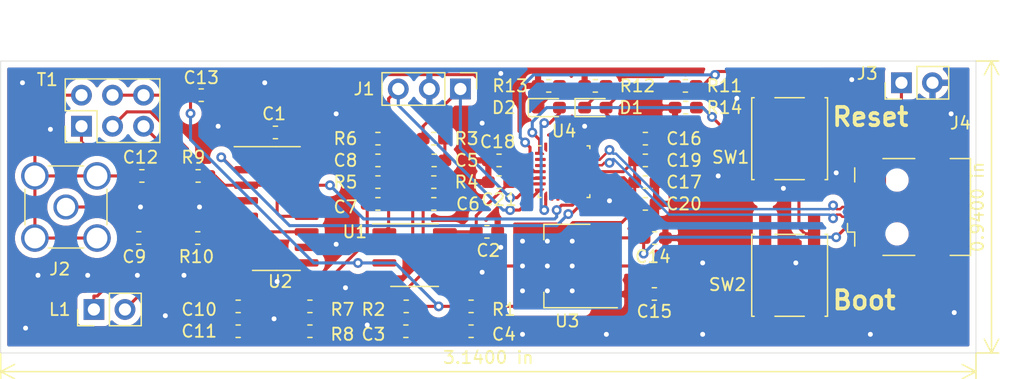
<source format=kicad_pcb>
(kicad_pcb (version 20171130) (host pcbnew 5.1.5-52549c5~86~ubuntu19.10.1)
  (layers (0 F.Cu signal) (31 B.Cu signal) (34 B.Paste user) (35 F.Paste user) (36 B.SilkS user) (37 F.SilkS user) (38 B.Mask user) (39 F.Mask user) (44 Edge.Cuts user))
  (net 0 "")
  (net 1 GND)
  (net 2 +3V3)
  (net 3 "Net-(C13-Pad1)")
  (net 4 "Net-(C5-Pad2)")
  (net 5 "Net-(C5-Pad1)")
  (net 6 "Net-(C6-Pad2)")
  (net 7 "Net-(C7-Pad2)")
  (net 8 "Net-(C7-Pad1)")
  (net 9 "Net-(C8-Pad1)")
  (net 10 "Net-(C9-Pad2)")
  (net 11 "Net-(C9-Pad1)")
  (net 12 "Net-(C10-Pad1)")
  (net 13 "Net-(C11-Pad1)")
  (net 14 "Net-(C12-Pad2)")
  (net 15 "Net-(C12-Pad1)")
  (net 16 VBUS)
  (net 17 "Net-(D1-Pad1)")
  (net 18 LED)
  (net 19 "Net-(D2-Pad1)")
  (net 20 Q)
  (net 21 I)
  (net 22 "Net-(J4-Pad4)")
  (net 23 "Net-(J4-Pad6)")
  (net 24 "Net-(R9-Pad2)")
  (net 25 "Net-(R9-Pad1)")
  (net 26 "Net-(R10-Pad2)")
  (net 27 "Net-(R10-Pad1)")
  (net 28 "Net-(R11-Pad2)")
  (net 29 /BOOT0)
  (net 30 CLK0)
  (net 31 "Net-(U2-Pad13)")
  (net 32 "Net-(U2-Pad10)")
  (net 33 "Net-(U2-Pad5)")
  (net 34 "Net-(U2-Pad4)")
  (net 35 CLK1)
  (net 36 "Net-(U4-Pad28)")
  (net 37 "Net-(U4-Pad27)")
  (net 38 "Net-(U4-Pad26)")
  (net 39 "Net-(U4-Pad25)")
  (net 40 "Net-(U4-Pad24)")
  (net 41 "Net-(U4-Pad23)")
  (net 42 "Net-(U4-Pad22)")
  (net 43 "Net-(U4-Pad21)")
  (net 44 "Net-(U4-Pad15)")
  (net 45 "Net-(U4-Pad12)")
  (net 46 "Net-(U4-Pad11)")
  (net 47 "Net-(U4-Pad10)")
  (net 48 "Net-(U4-Pad9)")
  (net 49 "Net-(U4-Pad3)")
  (net 50 "Net-(U4-Pad2)")
  (net 51 /USB+)
  (net 52 /USB-)
  (module Connector_PinHeader_2.54mm:PinHeader_1x02_P2.54mm_Vertical (layer F.Cu) (at 87.884 13.97 90)
    (fp_text reference J3 (at 0.762 -2.794) (layer F.SilkS))
    (fp_text value Conn_01x02_Male)
    (pad 2 thru_hole oval (at 0 2.54 90) (size 1.7 1.7) (drill 1) (layers *.Cu *.Mask) (net 1 GND))
    (pad 1 thru_hole rect (at 0 0 90) (size 1.7 1.7) (drill 1) (layers *.Cu *.Mask) (net 16 VBUS))
  )
  (module Connector_PinHeader_2.54mm:PinHeader_1x03_P2.54mm_Vertical (layer F.Cu) (at 51.816 14.478 270)
    (fp_text reference J1 (at 0 7.874 180) (layer F.SilkS))
    (fp_text value Conn_01x03_Male)
    (pad 3 thru_hole oval (at 0 5.08 270) (size 1.7 1.7) (drill 1) (layers *.Cu *.Mask) (net 20 Q))
    (pad 2 thru_hole oval (at 0 2.54 270) (size 1.7 1.7) (drill 1) (layers *.Cu *.Mask) (net 1 GND))
    (pad 1 thru_hole rect (at 0 0 270) (size 1.7 1.7) (drill 1) (layers *.Cu *.Mask) (net 21 I))
  )
  (module Connector_PinHeader_2.54mm:PinHeader_1x02_P2.54mm_Vertical (layer F.Cu) (at 21.844 32.512 90)
    (fp_text reference L1 (at 0 -2.794 180) (layer F.SilkS))
    (fp_text value 3.9u)
    (pad 2 thru_hole oval (at 0 2.54 90) (size 1.7 1.7) (drill 1) (layers *.Cu *.Mask) (net 15 "Net-(C12-Pad1)"))
    (pad 1 thru_hole rect (at 0 0 90) (size 1.7 1.7) (drill 1) (layers *.Cu *.Mask) (net 11 "Net-(C9-Pad1)"))
  )
  (module Connector_PinHeader_2.54mm:PinHeader_2x03_P2.54mm_Vertical (layer F.Cu) (at 20.828 17.526 90)
    (fp_text reference T1 (at 3.81 -2.794 180) (layer F.SilkS))
    (fp_text value 6.8u)
    (pad 6 thru_hole oval (at 2.54 5.08 90) (size 1.7 1.7) (drill 1) (layers *.Cu *.Mask) (net 3 "Net-(C13-Pad1)"))
    (pad 5 thru_hole oval (at 0 5.08 90) (size 1.7 1.7) (drill 1) (layers *.Cu *.Mask) (net 26 "Net-(R10-Pad2)"))
    (pad 4 thru_hole oval (at 2.54 2.54 90) (size 1.7 1.7) (drill 1) (layers *.Cu *.Mask) (net 3 "Net-(C13-Pad1)"))
    (pad 3 thru_hole oval (at 0 2.54 90) (size 1.7 1.7) (drill 1) (layers *.Cu *.Mask) (net 24 "Net-(R9-Pad2)"))
    (pad 2 thru_hole oval (at 2.54 0 90) (size 1.7 1.7) (drill 1) (layers *.Cu *.Mask) (net 14 "Net-(C12-Pad2)"))
    (pad 1 thru_hole rect (at 0 0 90) (size 1.7 1.7) (drill 1) (layers *.Cu *.Mask) (net 15 "Net-(C12-Pad1)"))
  )
  (module Button_Switch_SMD:SW_SPST_EVQQ2 (layer F.Cu) (at 78.74 29.718 90)
    (fp_text reference SW2 (at -0.762 -5.08) (layer F.SilkS))
    (fp_text value DFU)
    (pad 2 smd rect (at 3.4 2 90) (size 3.2 1) (layers F.Cu F.Paste F.Mask) (net 29 /BOOT0))
    (pad 2 smd rect (at -3.4 2 90) (size 3.2 1) (layers F.Cu F.Paste F.Mask) (net 29 /BOOT0))
    (pad 1 smd rect (at -3.4 -2 90) (size 3.2 1) (layers F.Cu F.Paste F.Mask) (net 2 +3V3))
    (pad 1 smd rect (at 3.4 -2 90) (size 3.2 1) (layers F.Cu F.Paste F.Mask) (net 2 +3V3))
  )
  (module Button_Switch_SMD:SW_SPST_EVQQ2 (layer F.Cu) (at 78.74 18.542 90)
    (fp_text reference SW1 (at -1.524 -4.826) (layer F.SilkS))
    (fp_text value RST)
    (pad 2 smd rect (at 3.4 2 90) (size 3.2 1) (layers F.Cu F.Paste F.Mask) (net 28 "Net-(R11-Pad2)"))
    (pad 2 smd rect (at -3.4 2 90) (size 3.2 1) (layers F.Cu F.Paste F.Mask) (net 28 "Net-(R11-Pad2)"))
    (pad 1 smd rect (at -3.4 -2 90) (size 3.2 1) (layers F.Cu F.Paste F.Mask) (net 1 GND))
    (pad 1 smd rect (at 3.4 -2 90) (size 3.2 1) (layers F.Cu F.Paste F.Mask) (net 1 GND))
  )
  (module Connector_Coaxial:SMA_Amphenol_901-144_Vertical (layer F.Cu) (at 19.558 24.13 180)
    (fp_text reference J2 (at 0.508 -5.08) (layer F.SilkS))
    (fp_text value Conn_Coaxial)
    (pad 2 thru_hole circle (at -2.54 2.54 180) (size 2.25 2.25) (drill 1.7) (layers *.Cu *.Mask) (net 14 "Net-(C12-Pad2)"))
    (pad 2 thru_hole circle (at -2.54 -2.54 180) (size 2.25 2.25) (drill 1.7) (layers *.Cu *.Mask) (net 14 "Net-(C12-Pad2)"))
    (pad 2 thru_hole circle (at 2.54 -2.54 180) (size 2.25 2.25) (drill 1.7) (layers *.Cu *.Mask) (net 14 "Net-(C12-Pad2)"))
    (pad 2 thru_hole circle (at 2.54 2.54 180) (size 2.25 2.25) (drill 1.7) (layers *.Cu *.Mask) (net 14 "Net-(C12-Pad2)"))
    (pad 1 thru_hole circle (at 0 0 180) (size 2.05 2.05) (drill 1.5) (layers *.Cu *.Mask) (net 10 "Net-(C9-Pad2)"))
  )
  (module Connector_USB:USB_Mini-B_Wuerth_65100516121_Horizontal (layer F.Cu) (at 87.524 24.13 90)
    (fp_text reference J4 (at 6.858 5.186) (layer F.SilkS))
    (fp_text value USB_B_Mini)
    (pad "" np_thru_hole circle (at 2.2 0 90) (size 0.9 0.9) (drill 0.9) (layers *.Cu *.Mask))
    (pad "" np_thru_hole circle (at -2.2 0 90) (size 0.9 0.9) (drill 0.9) (layers *.Cu *.Mask))
    (pad 5 smd rect (at 1.6 -2.6 90) (size 0.5 2.5) (layers F.Cu F.Paste F.Mask) (net 1 GND))
    (pad 4 smd rect (at 0.8 -2.6 90) (size 0.5 2.5) (layers F.Cu F.Paste F.Mask) (net 22 "Net-(J4-Pad4)"))
    (pad 3 smd rect (at 0 -2.6 90) (size 0.5 2.5) (layers F.Cu F.Paste F.Mask) (net 51 /USB+))
    (pad 2 smd rect (at -0.8 -2.6 90) (size 0.5 2.5) (layers F.Cu F.Paste F.Mask) (net 52 /USB-))
    (pad 1 smd rect (at -1.6 -2.6 90) (size 0.5 2.5) (layers F.Cu F.Paste F.Mask) (net 16 VBUS))
    (pad 6 smd rect (at 4.4 -2.6 90) (size 2 2.5) (layers F.Cu F.Paste F.Mask) (net 23 "Net-(J4-Pad6)"))
    (pad 6 smd rect (at -4.4 -2.6 90) (size 2 2.5) (layers F.Cu F.Paste F.Mask) (net 23 "Net-(J4-Pad6)"))
    (pad 6 smd rect (at 4.4 2.9 90) (size 2 2.5) (layers F.Cu F.Paste F.Mask) (net 23 "Net-(J4-Pad6)"))
    (pad 6 smd rect (at -4.4 2.9 90) (size 2 2.5) (layers F.Cu F.Paste F.Mask) (net 23 "Net-(J4-Pad6)"))
  )
  (module Package_DFN_QFN:QFN-28_4x4mm_P0.5mm (layer F.Cu) (at 60.2925 21.2415)
    (fp_text reference U4 (at 0 -3.32) (layer F.SilkS))
    (fp_text value STM32F042G4Ux)
    (pad 28 smd custom (at -1.5 -1.9975) (size 0.136863 0.136863) (layers F.Cu F.Paste F.Mask) (net 36 "Net-(U4-Pad28)") (options (clearance outline) (anchor circle)) (primitives (gr_poly (pts (xy -0.08 -0.3325) (xy 0.08 -0.3325) (xy 0.08 0.3325) (xy 0.05364 0.3325) (xy -0.08 0.19886)) (width 0.09))))
    (pad 27 smd roundrect (at -1 -1.9375) (size 0.25 0.875) (layers F.Cu F.Paste F.Mask) (net 37 "Net-(U4-Pad27)"))
    (pad 26 smd roundrect (at -0.5 -1.9375) (size 0.25 0.875) (layers F.Cu F.Paste F.Mask) (net 38 "Net-(U4-Pad26)"))
    (pad 25 smd roundrect (at 0 -1.9375) (size 0.25 0.875) (layers F.Cu F.Paste F.Mask) (net 39 "Net-(U4-Pad25)"))
    (pad 24 smd roundrect (at 0.5 -1.9375) (size 0.25 0.875) (layers F.Cu F.Paste F.Mask) (net 40 "Net-(U4-Pad24)"))
    (pad 23 smd roundrect (at 1 -1.9375) (size 0.25 0.875) (layers F.Cu F.Paste F.Mask) (net 41 "Net-(U4-Pad23)"))
    (pad 22 smd custom (at 1.5 -1.9975) (size 0.136863 0.136863) (layers F.Cu F.Paste F.Mask) (net 42 "Net-(U4-Pad22)") (options (clearance outline) (anchor circle)) (primitives (gr_poly (pts (xy -0.08 -0.3325) (xy 0.08 -0.3325) (xy 0.08 0.19886) (xy -0.05364 0.3325) (xy -0.08 0.3325)) (width 0.09))))
    (pad 21 smd custom (at 1.9975 -1.5) (size 0.136863 0.136863) (layers F.Cu F.Paste F.Mask) (net 43 "Net-(U4-Pad21)") (options (clearance outline) (anchor circle)) (primitives (gr_poly (pts (xy -0.3325 0.05364) (xy -0.19886 -0.08) (xy 0.3325 -0.08) (xy 0.3325 0.08) (xy -0.3325 0.08)) (width 0.09))))
    (pad 20 smd roundrect (at 1.9375 -1) (size 0.875 0.25) (layers F.Cu F.Paste F.Mask) (net 51 /USB+))
    (pad 19 smd roundrect (at 1.9375 -0.5) (size 0.875 0.25) (layers F.Cu F.Paste F.Mask) (net 52 /USB-))
    (pad 18 smd roundrect (at 1.9375 0) (size 0.875 0.25) (layers F.Cu F.Paste F.Mask) (net 2 +3V3))
    (pad 17 smd roundrect (at 1.9375 0.5) (size 0.875 0.25) (layers F.Cu F.Paste F.Mask) (net 2 +3V3))
    (pad 16 smd roundrect (at 1.9375 1) (size 0.875 0.25) (layers F.Cu F.Paste F.Mask) (net 1 GND))
    (pad 15 smd custom (at 1.9975 1.5) (size 0.136863 0.136863) (layers F.Cu F.Paste F.Mask) (net 44 "Net-(U4-Pad15)") (options (clearance outline) (anchor circle)) (primitives (gr_poly (pts (xy -0.3325 -0.08) (xy 0.3325 -0.08) (xy 0.3325 0.08) (xy -0.19886 0.08) (xy -0.3325 -0.05364)) (width 0.09))))
    (pad 14 smd custom (at 1.5 1.9975) (size 0.136863 0.136863) (layers F.Cu F.Paste F.Mask) (net 35 CLK1) (options (clearance outline) (anchor circle)) (primitives (gr_poly (pts (xy -0.08 -0.3325) (xy -0.05364 -0.3325) (xy 0.08 -0.19886) (xy 0.08 0.3325) (xy -0.08 0.3325)) (width 0.09))))
    (pad 13 smd roundrect (at 1 1.9375) (size 0.25 0.875) (layers F.Cu F.Paste F.Mask) (net 30 CLK0))
    (pad 12 smd roundrect (at 0.5 1.9375) (size 0.25 0.875) (layers F.Cu F.Paste F.Mask) (net 45 "Net-(U4-Pad12)"))
    (pad 11 smd roundrect (at 0 1.9375) (size 0.25 0.875) (layers F.Cu F.Paste F.Mask) (net 46 "Net-(U4-Pad11)"))
    (pad 10 smd roundrect (at -0.5 1.9375) (size 0.25 0.875) (layers F.Cu F.Paste F.Mask) (net 47 "Net-(U4-Pad10)"))
    (pad 9 smd roundrect (at -1 1.9375) (size 0.25 0.875) (layers F.Cu F.Paste F.Mask) (net 48 "Net-(U4-Pad9)"))
    (pad 8 smd custom (at -1.5 1.9975) (size 0.136863 0.136863) (layers F.Cu F.Paste F.Mask) (net 18 LED) (options (clearance outline) (anchor circle)) (primitives (gr_poly (pts (xy -0.08 -0.19886) (xy 0.05364 -0.3325) (xy 0.08 -0.3325) (xy 0.08 0.3325) (xy -0.08 0.3325)) (width 0.09))))
    (pad 7 smd custom (at -1.9975 1.5) (size 0.136863 0.136863) (layers F.Cu F.Paste F.Mask) (net 20 Q) (options (clearance outline) (anchor circle)) (primitives (gr_poly (pts (xy -0.3325 -0.08) (xy 0.3325 -0.08) (xy 0.3325 -0.05364) (xy 0.19886 0.08) (xy -0.3325 0.08)) (width 0.09))))
    (pad 6 smd roundrect (at -1.9375 1) (size 0.875 0.25) (layers F.Cu F.Paste F.Mask) (net 21 I))
    (pad 5 smd roundrect (at -1.9375 0.5) (size 0.875 0.25) (layers F.Cu F.Paste F.Mask) (net 2 +3V3))
    (pad 4 smd roundrect (at -1.9375 0) (size 0.875 0.25) (layers F.Cu F.Paste F.Mask) (net 28 "Net-(R11-Pad2)"))
    (pad 3 smd roundrect (at -1.9375 -0.5) (size 0.875 0.25) (layers F.Cu F.Paste F.Mask) (net 49 "Net-(U4-Pad3)"))
    (pad 2 smd roundrect (at -1.9375 -1) (size 0.875 0.25) (layers F.Cu F.Paste F.Mask) (net 50 "Net-(U4-Pad2)"))
    (pad 1 smd custom (at -1.9975 -1.5) (size 0.136863 0.136863) (layers F.Cu F.Paste F.Mask) (net 29 /BOOT0) (options (clearance outline) (anchor circle)) (primitives (gr_poly (pts (xy -0.3325 -0.08) (xy 0.19886 -0.08) (xy 0.3325 0.05364) (xy 0.3325 0.08) (xy -0.3325 0.08)) (width 0.09))))
  )
  (module Package_TO_SOT_SMD:SOT-223-3_TabPin2 (layer F.Cu) (at 60.554 28.956 180)
    (fp_text reference U3 (at 0 -4.5) (layer F.SilkS))
    (fp_text value NCP1117-3.3_SOT223)
    (pad 1 smd rect (at -3.15 -2.3 180) (size 2 1.5) (layers F.Cu F.Paste F.Mask) (net 1 GND))
    (pad 3 smd rect (at -3.15 2.3 180) (size 2 1.5) (layers F.Cu F.Paste F.Mask) (net 16 VBUS))
    (pad 2 smd rect (at -3.15 0 180) (size 2 1.5) (layers F.Cu F.Paste F.Mask) (net 2 +3V3))
    (pad 2 smd rect (at 3.15 0 180) (size 2 3.8) (layers F.Cu F.Paste F.Mask) (net 2 +3V3))
  )
  (module Package_SO:SOIC-16_3.9x9.9mm_P1.27mm (layer F.Cu) (at 36.765 24.257)
    (fp_text reference U2 (at 0.319 5.969) (layer F.SilkS))
    (fp_text value SN74CBT3253)
    (pad 16 smd roundrect (at 2.475 -4.445) (size 1.95 0.6) (layers F.Cu F.Paste F.Mask) (net 2 +3V3))
    (pad 15 smd roundrect (at 2.475 -3.175) (size 1.95 0.6) (layers F.Cu F.Paste F.Mask) (net 1 GND))
    (pad 14 smd roundrect (at 2.475 -1.905) (size 1.95 0.6) (layers F.Cu F.Paste F.Mask) (net 30 CLK0))
    (pad 13 smd roundrect (at 2.475 -0.635) (size 1.95 0.6) (layers F.Cu F.Paste F.Mask) (net 31 "Net-(U2-Pad13)"))
    (pad 12 smd roundrect (at 2.475 0.635) (size 1.95 0.6) (layers F.Cu F.Paste F.Mask) (net 25 "Net-(R9-Pad1)"))
    (pad 11 smd roundrect (at 2.475 1.905) (size 1.95 0.6) (layers F.Cu F.Paste F.Mask) (net 27 "Net-(R10-Pad1)"))
    (pad 10 smd roundrect (at 2.475 3.175) (size 1.95 0.6) (layers F.Cu F.Paste F.Mask) (net 32 "Net-(U2-Pad10)"))
    (pad 9 smd roundrect (at 2.475 4.445) (size 1.95 0.6) (layers F.Cu F.Paste F.Mask) (net 12 "Net-(C10-Pad1)"))
    (pad 8 smd roundrect (at -2.475 4.445) (size 1.95 0.6) (layers F.Cu F.Paste F.Mask) (net 1 GND))
    (pad 7 smd roundrect (at -2.475 3.175) (size 1.95 0.6) (layers F.Cu F.Paste F.Mask) (net 13 "Net-(C11-Pad1)"))
    (pad 6 smd roundrect (at -2.475 1.905) (size 1.95 0.6) (layers F.Cu F.Paste F.Mask) (net 27 "Net-(R10-Pad1)"))
    (pad 5 smd roundrect (at -2.475 0.635) (size 1.95 0.6) (layers F.Cu F.Paste F.Mask) (net 33 "Net-(U2-Pad5)"))
    (pad 4 smd roundrect (at -2.475 -0.635) (size 1.95 0.6) (layers F.Cu F.Paste F.Mask) (net 34 "Net-(U2-Pad4)"))
    (pad 3 smd roundrect (at -2.475 -1.905) (size 1.95 0.6) (layers F.Cu F.Paste F.Mask) (net 25 "Net-(R9-Pad1)"))
    (pad 2 smd roundrect (at -2.475 -3.175) (size 1.95 0.6) (layers F.Cu F.Paste F.Mask) (net 35 CLK1))
    (pad 1 smd roundrect (at -2.475 -4.445) (size 1.95 0.6) (layers F.Cu F.Paste F.Mask) (net 1 GND))
  )
  (module Package_SO:SOIC-8_3.9x4.9mm_P1.27mm (layer F.Cu) (at 48.071 28.067)
    (fp_text reference U1 (at -4.891 -1.905) (layer F.SilkS))
    (fp_text value LT6231)
    (pad 8 smd roundrect (at 2.475 -1.905) (size 1.95 0.6) (layers F.Cu F.Paste F.Mask) (net 2 +3V3))
    (pad 7 smd roundrect (at 2.475 -0.635) (size 1.95 0.6) (layers F.Cu F.Paste F.Mask) (net 4 "Net-(C5-Pad2)"))
    (pad 6 smd roundrect (at 2.475 0.635) (size 1.95 0.6) (layers F.Cu F.Paste F.Mask) (net 6 "Net-(C6-Pad2)"))
    (pad 5 smd roundrect (at 2.475 1.905) (size 1.95 0.6) (layers F.Cu F.Paste F.Mask) (net 3 "Net-(C13-Pad1)"))
    (pad 4 smd roundrect (at -2.475 1.905) (size 1.95 0.6) (layers F.Cu F.Paste F.Mask) (net 1 GND))
    (pad 3 smd roundrect (at -2.475 0.635) (size 1.95 0.6) (layers F.Cu F.Paste F.Mask) (net 3 "Net-(C13-Pad1)"))
    (pad 2 smd roundrect (at -2.475 -0.635) (size 1.95 0.6) (layers F.Cu F.Paste F.Mask) (net 7 "Net-(C7-Pad2)"))
    (pad 1 smd roundrect (at -2.475 -1.905) (size 1.95 0.6) (layers F.Cu F.Paste F.Mask) (net 8 "Net-(C7-Pad1)"))
  )
  (module Resistor_SMD:R_0603_1608Metric_Pad1.05x0.95mm_HandSolder (layer F.Cu) (at 70.245 16.002 180)
    (fp_text reference R14 (at -3.161 0) (layer F.SilkS))
    (fp_text value 10k)
    (pad 2 smd roundrect (at 0.875 0 180) (size 1.05 0.95) (layers F.Cu F.Paste F.Mask) (net 1 GND))
    (pad 1 smd roundrect (at -0.875 0 180) (size 1.05 0.95) (layers F.Cu F.Paste F.Mask) (net 29 /BOOT0))
  )
  (module Resistor_SMD:R_0603_1608Metric_Pad1.05x0.95mm_HandSolder (layer F.Cu) (at 59.041 14.224 180)
    (fp_text reference R13 (at 3.161 0) (layer F.SilkS))
    (fp_text value 140)
    (pad 2 smd roundrect (at 0.875 0 180) (size 1.05 0.95) (layers F.Cu F.Paste F.Mask) (net 1 GND))
    (pad 1 smd roundrect (at -0.875 0 180) (size 1.05 0.95) (layers F.Cu F.Paste F.Mask) (net 19 "Net-(D2-Pad1)"))
  )
  (module Resistor_SMD:R_0603_1608Metric_Pad1.05x0.95mm_HandSolder (layer F.Cu) (at 62.851 14.224 180)
    (fp_text reference R12 (at -3.443 0) (layer F.SilkS))
    (fp_text value 140)
    (pad 2 smd roundrect (at 0.875 0 180) (size 1.05 0.95) (layers F.Cu F.Paste F.Mask) (net 1 GND))
    (pad 1 smd roundrect (at -0.875 0 180) (size 1.05 0.95) (layers F.Cu F.Paste F.Mask) (net 17 "Net-(D1-Pad1)"))
  )
  (module Resistor_SMD:R_0603_1608Metric_Pad1.05x0.95mm_HandSolder (layer F.Cu) (at 70.217 14.224)
    (fp_text reference R11 (at 3.189 0) (layer F.SilkS))
    (fp_text value 10k)
    (pad 2 smd roundrect (at 0.875 0) (size 1.05 0.95) (layers F.Cu F.Paste F.Mask) (net 28 "Net-(R11-Pad2)"))
    (pad 1 smd roundrect (at -0.875 0) (size 1.05 0.95) (layers F.Cu F.Paste F.Mask) (net 2 +3V3))
  )
  (module Resistor_SMD:R_0603_1608Metric_Pad1.05x0.95mm_HandSolder (layer F.Cu) (at 30.339 26.67 180)
    (fp_text reference R10 (at 0.113 -1.524) (layer F.SilkS))
    (fp_text value 10)
    (pad 2 smd roundrect (at 0.875 0 180) (size 1.05 0.95) (layers F.Cu F.Paste F.Mask) (net 26 "Net-(R10-Pad2)"))
    (pad 1 smd roundrect (at -0.875 0 180) (size 1.05 0.95) (layers F.Cu F.Paste F.Mask) (net 27 "Net-(R10-Pad1)"))
  )
  (module Resistor_SMD:R_0603_1608Metric_Pad1.05x0.95mm_HandSolder (layer F.Cu) (at 30.367 21.59 180)
    (fp_text reference R9 (at 0.395 1.524) (layer F.SilkS))
    (fp_text value 10)
    (pad 2 smd roundrect (at 0.875 0 180) (size 1.05 0.95) (layers F.Cu F.Paste F.Mask) (net 24 "Net-(R9-Pad2)"))
    (pad 1 smd roundrect (at -0.875 0 180) (size 1.05 0.95) (layers F.Cu F.Paste F.Mask) (net 25 "Net-(R9-Pad1)"))
  )
  (module Resistor_SMD:R_0603_1608Metric_Pad1.05x0.95mm_HandSolder (layer F.Cu) (at 39.511 34.29 180)
    (fp_text reference R8 (at -2.653 -0.254) (layer F.SilkS))
    (fp_text value 49.9)
    (pad 2 smd roundrect (at 0.875 0 180) (size 1.05 0.95) (layers F.Cu F.Paste F.Mask) (net 13 "Net-(C11-Pad1)"))
    (pad 1 smd roundrect (at -0.875 0 180) (size 1.05 0.95) (layers F.Cu F.Paste F.Mask) (net 6 "Net-(C6-Pad2)"))
  )
  (module Resistor_SMD:R_0603_1608Metric_Pad1.05x0.95mm_HandSolder (layer F.Cu) (at 39.511 32.258 180)
    (fp_text reference R7 (at -2.653 -0.254) (layer F.SilkS))
    (fp_text value 49.9)
    (pad 2 smd roundrect (at 0.875 0 180) (size 1.05 0.95) (layers F.Cu F.Paste F.Mask) (net 12 "Net-(C10-Pad1)"))
    (pad 1 smd roundrect (at -0.875 0 180) (size 1.05 0.95) (layers F.Cu F.Paste F.Mask) (net 7 "Net-(C7-Pad2)"))
  )
  (module Resistor_SMD:R_0603_1608Metric_Pad1.05x0.95mm_HandSolder (layer F.Cu) (at 45.071 18.542 180)
    (fp_text reference R6 (at 2.653 0) (layer F.SilkS))
    (fp_text value 100)
    (pad 2 smd roundrect (at 0.875 0 180) (size 1.05 0.95) (layers F.Cu F.Paste F.Mask) (net 9 "Net-(C8-Pad1)"))
    (pad 1 smd roundrect (at -0.875 0 180) (size 1.05 0.95) (layers F.Cu F.Paste F.Mask) (net 20 Q))
  )
  (module Resistor_SMD:R_0603_1608Metric_Pad1.05x0.95mm_HandSolder (layer F.Cu) (at 45.071 22.098 180)
    (fp_text reference R5 (at 2.653 0) (layer F.SilkS))
    (fp_text value 4.99k)
    (pad 2 smd roundrect (at 0.875 0 180) (size 1.05 0.95) (layers F.Cu F.Paste F.Mask) (net 7 "Net-(C7-Pad2)"))
    (pad 1 smd roundrect (at -0.875 0 180) (size 1.05 0.95) (layers F.Cu F.Paste F.Mask) (net 8 "Net-(C7-Pad1)"))
  )
  (module Resistor_SMD:R_0603_1608Metric_Pad1.05x0.95mm_HandSolder (layer F.Cu) (at 49.643 22.098)
    (fp_text reference R4 (at 2.681 0) (layer F.SilkS))
    (fp_text value 4.99k)
    (pad 2 smd roundrect (at 0.875 0) (size 1.05 0.95) (layers F.Cu F.Paste F.Mask) (net 6 "Net-(C6-Pad2)"))
    (pad 1 smd roundrect (at -0.875 0) (size 1.05 0.95) (layers F.Cu F.Paste F.Mask) (net 4 "Net-(C5-Pad2)"))
  )
  (module Resistor_SMD:R_0603_1608Metric_Pad1.05x0.95mm_HandSolder (layer F.Cu) (at 49.643 18.542)
    (fp_text reference R3 (at 2.681 0) (layer F.SilkS))
    (fp_text value 100)
    (pad 2 smd roundrect (at 0.875 0) (size 1.05 0.95) (layers F.Cu F.Paste F.Mask) (net 5 "Net-(C5-Pad1)"))
    (pad 1 smd roundrect (at -0.875 0) (size 1.05 0.95) (layers F.Cu F.Paste F.Mask) (net 21 I))
  )
  (module Resistor_SMD:R_0603_1608Metric_Pad1.05x0.95mm_HandSolder (layer F.Cu) (at 47.385 32.258 180)
    (fp_text reference R2 (at 2.681 -0.254) (layer F.SilkS))
    (fp_text value 1k)
    (pad 2 smd roundrect (at 0.875 0 180) (size 1.05 0.95) (layers F.Cu F.Paste F.Mask) (net 1 GND))
    (pad 1 smd roundrect (at -0.875 0 180) (size 1.05 0.95) (layers F.Cu F.Paste F.Mask) (net 3 "Net-(C13-Pad1)"))
  )
  (module Resistor_SMD:R_0603_1608Metric_Pad1.05x0.95mm_HandSolder (layer F.Cu) (at 52.691 32.258 180)
    (fp_text reference R1 (at -2.681 -0.254) (layer F.SilkS))
    (fp_text value 1k)
    (pad 2 smd roundrect (at 0.875 0 180) (size 1.05 0.95) (layers F.Cu F.Paste F.Mask) (net 3 "Net-(C13-Pad1)"))
    (pad 1 smd roundrect (at -0.875 0 180) (size 1.05 0.95) (layers F.Cu F.Paste F.Mask) (net 2 +3V3))
  )
  (module LED_SMD:LED_0603_1608Metric_Pad1.05x0.95mm_HandSolder (layer F.Cu) (at 59.041 16.002)
    (fp_text reference D2 (at -3.669 0) (layer F.SilkS))
    (fp_text value GREEN)
    (pad 2 smd roundrect (at 0.875 0) (size 1.05 0.95) (layers F.Cu F.Paste F.Mask) (net 18 LED))
    (pad 1 smd roundrect (at -0.875 0) (size 1.05 0.95) (layers F.Cu F.Paste F.Mask) (net 19 "Net-(D2-Pad1)"))
  )
  (module LED_SMD:LED_0603_1608Metric_Pad1.05x0.95mm_HandSolder (layer F.Cu) (at 62.851 16.002)
    (fp_text reference D1 (at 2.935 0) (layer F.SilkS))
    (fp_text value RED)
    (pad 2 smd roundrect (at 0.875 0) (size 1.05 0.95) (layers F.Cu F.Paste F.Mask) (net 2 +3V3))
    (pad 1 smd roundrect (at -0.875 0) (size 1.05 0.95) (layers F.Cu F.Paste F.Mask) (net 17 "Net-(D1-Pad1)"))
  )
  (module Capacitor_SMD:C_0603_1608Metric_Pad1.05x0.95mm_HandSolder (layer F.Cu) (at 54.977 22.098 180)
    (fp_text reference C21 (at 0 -1.43) (layer F.SilkS))
    (fp_text value 4.7u)
    (pad 2 smd roundrect (at 0.875 0 180) (size 1.05 0.95) (layers F.Cu F.Paste F.Mask) (net 1 GND))
    (pad 1 smd roundrect (at -0.875 0 180) (size 1.05 0.95) (layers F.Cu F.Paste F.Mask) (net 2 +3V3))
  )
  (module Capacitor_SMD:C_0603_1608Metric_Pad1.05x0.95mm_HandSolder (layer F.Cu) (at 66.943 23.876)
    (fp_text reference C20 (at 3.161 0) (layer F.SilkS))
    (fp_text value 4.7u)
    (pad 2 smd roundrect (at 0.875 0) (size 1.05 0.95) (layers F.Cu F.Paste F.Mask) (net 1 GND))
    (pad 1 smd roundrect (at -0.875 0) (size 1.05 0.95) (layers F.Cu F.Paste F.Mask) (net 2 +3V3))
  )
  (module Capacitor_SMD:C_0603_1608Metric_Pad1.05x0.95mm_HandSolder (layer F.Cu) (at 66.943 20.32)
    (fp_text reference C19 (at 3.161 0) (layer F.SilkS))
    (fp_text value 4.7u)
    (pad 2 smd roundrect (at 0.875 0) (size 1.05 0.95) (layers F.Cu F.Paste F.Mask) (net 1 GND))
    (pad 1 smd roundrect (at -0.875 0) (size 1.05 0.95) (layers F.Cu F.Paste F.Mask) (net 2 +3V3))
  )
  (module Capacitor_SMD:C_0603_1608Metric_Pad1.05x0.95mm_HandSolder (layer F.Cu) (at 54.977 20.32 180)
    (fp_text reference C18 (at 0.113 1.524) (layer F.SilkS))
    (fp_text value 100n)
    (pad 2 smd roundrect (at 0.875 0 180) (size 1.05 0.95) (layers F.Cu F.Paste F.Mask) (net 1 GND))
    (pad 1 smd roundrect (at -0.875 0 180) (size 1.05 0.95) (layers F.Cu F.Paste F.Mask) (net 2 +3V3))
  )
  (module Capacitor_SMD:C_0603_1608Metric_Pad1.05x0.95mm_HandSolder (layer F.Cu) (at 66.943 22.098)
    (fp_text reference C17 (at 3.161 0) (layer F.SilkS))
    (fp_text value 100n)
    (pad 2 smd roundrect (at 0.875 0) (size 1.05 0.95) (layers F.Cu F.Paste F.Mask) (net 1 GND))
    (pad 1 smd roundrect (at -0.875 0) (size 1.05 0.95) (layers F.Cu F.Paste F.Mask) (net 2 +3V3))
  )
  (module Capacitor_SMD:C_0603_1608Metric_Pad1.05x0.95mm_HandSolder (layer F.Cu) (at 66.943 18.542)
    (fp_text reference C16 (at 3.161 0) (layer F.SilkS))
    (fp_text value 100n)
    (pad 2 smd roundrect (at 0.875 0) (size 1.05 0.95) (layers F.Cu F.Paste F.Mask) (net 1 GND))
    (pad 1 smd roundrect (at -0.875 0) (size 1.05 0.95) (layers F.Cu F.Paste F.Mask) (net 2 +3V3))
  )
  (module Capacitor_SMD:C_0603_1608Metric_Pad1.05x0.95mm_HandSolder (layer F.Cu) (at 67.677 31.242 180)
    (fp_text reference C15 (at 0 -1.43) (layer F.SilkS))
    (fp_text value 10u)
    (pad 2 smd roundrect (at 0.875 0 180) (size 1.05 0.95) (layers F.Cu F.Paste F.Mask) (net 1 GND))
    (pad 1 smd roundrect (at -0.875 0 180) (size 1.05 0.95) (layers F.Cu F.Paste F.Mask) (net 2 +3V3))
  )
  (module Capacitor_SMD:C_0603_1608Metric_Pad1.05x0.95mm_HandSolder (layer F.Cu) (at 67.705 26.67)
    (fp_text reference C14 (at -0.141 1.524) (layer F.SilkS))
    (fp_text value 10u)
    (pad 2 smd roundrect (at 0.875 0) (size 1.05 0.95) (layers F.Cu F.Paste F.Mask) (net 1 GND))
    (pad 1 smd roundrect (at -0.875 0) (size 1.05 0.95) (layers F.Cu F.Paste F.Mask) (net 16 VBUS))
  )
  (module Capacitor_SMD:C_0603_1608Metric_Pad1.05x0.95mm_HandSolder (layer F.Cu) (at 30.621 14.986)
    (fp_text reference C13 (at 0 -1.43) (layer F.SilkS))
    (fp_text value 10n)
    (pad 2 smd roundrect (at 0.875 0) (size 1.05 0.95) (layers F.Cu F.Paste F.Mask) (net 1 GND))
    (pad 1 smd roundrect (at -0.875 0) (size 1.05 0.95) (layers F.Cu F.Paste F.Mask) (net 3 "Net-(C13-Pad1)"))
  )
  (module Capacitor_SMD:C_0603_1608Metric_Pad1.05x0.95mm_HandSolder (layer F.Cu) (at 25.767 21.59 180)
    (fp_text reference C12 (at 0.113 1.524) (layer F.SilkS))
    (fp_text value 5.6n)
    (pad 2 smd roundrect (at 0.875 0 180) (size 1.05 0.95) (layers F.Cu F.Paste F.Mask) (net 14 "Net-(C12-Pad2)"))
    (pad 1 smd roundrect (at -0.875 0 180) (size 1.05 0.95) (layers F.Cu F.Paste F.Mask) (net 15 "Net-(C12-Pad1)"))
  )
  (module Capacitor_SMD:C_0603_1608Metric_Pad1.05x0.95mm_HandSolder (layer F.Cu) (at 33.641 34.29 180)
    (fp_text reference C11 (at 3.189 0) (layer F.SilkS))
    (fp_text value 47n)
    (pad 2 smd roundrect (at 0.875 0 180) (size 1.05 0.95) (layers F.Cu F.Paste F.Mask) (net 1 GND))
    (pad 1 smd roundrect (at -0.875 0 180) (size 1.05 0.95) (layers F.Cu F.Paste F.Mask) (net 13 "Net-(C11-Pad1)"))
  )
  (module Capacitor_SMD:C_0603_1608Metric_Pad1.05x0.95mm_HandSolder (layer F.Cu) (at 33.641 32.258 180)
    (fp_text reference C10 (at 3.189 -0.254) (layer F.SilkS))
    (fp_text value 47n)
    (pad 2 smd roundrect (at 0.875 0 180) (size 1.05 0.95) (layers F.Cu F.Paste F.Mask) (net 1 GND))
    (pad 1 smd roundrect (at -0.875 0 180) (size 1.05 0.95) (layers F.Cu F.Paste F.Mask) (net 12 "Net-(C10-Pad1)"))
  )
  (module Capacitor_SMD:C_0603_1608Metric_Pad1.05x0.95mm_HandSolder (layer F.Cu) (at 25.513 26.67 180)
    (fp_text reference C9 (at 0.367 -1.524) (layer F.SilkS))
    (fp_text value 10n)
    (pad 2 smd roundrect (at 0.875 0 180) (size 1.05 0.95) (layers F.Cu F.Paste F.Mask) (net 10 "Net-(C9-Pad2)"))
    (pad 1 smd roundrect (at -0.875 0 180) (size 1.05 0.95) (layers F.Cu F.Paste F.Mask) (net 11 "Net-(C9-Pad1)"))
  )
  (module Capacitor_SMD:C_0603_1608Metric_Pad1.05x0.95mm_HandSolder (layer F.Cu) (at 45.071 20.32)
    (fp_text reference C8 (at -2.653 0) (layer F.SilkS))
    (fp_text value 100n)
    (pad 2 smd roundrect (at 0.875 0) (size 1.05 0.95) (layers F.Cu F.Paste F.Mask) (net 8 "Net-(C7-Pad1)"))
    (pad 1 smd roundrect (at -0.875 0) (size 1.05 0.95) (layers F.Cu F.Paste F.Mask) (net 9 "Net-(C8-Pad1)"))
  )
  (module Capacitor_SMD:C_0603_1608Metric_Pad1.05x0.95mm_HandSolder (layer F.Cu) (at 45.071 23.876 180)
    (fp_text reference C7 (at 2.653 -0.254) (layer F.SilkS))
    (fp_text value 390p)
    (pad 2 smd roundrect (at 0.875 0 180) (size 1.05 0.95) (layers F.Cu F.Paste F.Mask) (net 7 "Net-(C7-Pad2)"))
    (pad 1 smd roundrect (at -0.875 0 180) (size 1.05 0.95) (layers F.Cu F.Paste F.Mask) (net 8 "Net-(C7-Pad1)"))
  )
  (module Capacitor_SMD:C_0603_1608Metric_Pad1.05x0.95mm_HandSolder (layer F.Cu) (at 49.643 23.876)
    (fp_text reference C6 (at 2.794 0) (layer F.SilkS))
    (fp_text value 390p)
    (pad 2 smd roundrect (at 0.875 0) (size 1.05 0.95) (layers F.Cu F.Paste F.Mask) (net 6 "Net-(C6-Pad2)"))
    (pad 1 smd roundrect (at -0.875 0) (size 1.05 0.95) (layers F.Cu F.Paste F.Mask) (net 4 "Net-(C5-Pad2)"))
  )
  (module Capacitor_SMD:C_0603_1608Metric_Pad1.05x0.95mm_HandSolder (layer F.Cu) (at 49.671 20.32 180)
    (fp_text reference C5 (at -2.653 0) (layer F.SilkS))
    (fp_text value 100n)
    (pad 2 smd roundrect (at 0.875 0 180) (size 1.05 0.95) (layers F.Cu F.Paste F.Mask) (net 4 "Net-(C5-Pad2)"))
    (pad 1 smd roundrect (at -0.875 0 180) (size 1.05 0.95) (layers F.Cu F.Paste F.Mask) (net 5 "Net-(C5-Pad1)"))
  )
  (module Capacitor_SMD:C_0603_1608Metric_Pad1.05x0.95mm_HandSolder (layer F.Cu) (at 52.691 34.29)
    (fp_text reference C4 (at 2.681 0.254) (layer F.SilkS))
    (fp_text value 100n)
    (pad 2 smd roundrect (at 0.875 0) (size 1.05 0.95) (layers F.Cu F.Paste F.Mask) (net 1 GND))
    (pad 1 smd roundrect (at -0.875 0) (size 1.05 0.95) (layers F.Cu F.Paste F.Mask) (net 3 "Net-(C13-Pad1)"))
  )
  (module Capacitor_SMD:C_0603_1608Metric_Pad1.05x0.95mm_HandSolder (layer F.Cu) (at 47.357 34.29 180)
    (fp_text reference C3 (at 2.653 -0.254) (layer F.SilkS))
    (fp_text value 4.7u)
    (pad 2 smd roundrect (at 0.875 0 180) (size 1.05 0.95) (layers F.Cu F.Paste F.Mask) (net 1 GND))
    (pad 1 smd roundrect (at -0.875 0 180) (size 1.05 0.95) (layers F.Cu F.Paste F.Mask) (net 3 "Net-(C13-Pad1)"))
  )
  (module Capacitor_SMD:C_0603_1608Metric_Pad1.05x0.95mm_HandSolder (layer F.Cu) (at 53.989 26.162)
    (fp_text reference C2 (at 0.113 1.524) (layer F.SilkS))
    (fp_text value 100n)
    (pad 2 smd roundrect (at 0.875 0) (size 1.05 0.95) (layers F.Cu F.Paste F.Mask) (net 1 GND))
    (pad 1 smd roundrect (at -0.875 0) (size 1.05 0.95) (layers F.Cu F.Paste F.Mask) (net 2 +3V3))
  )
  (module Capacitor_SMD:C_0603_1608Metric_Pad1.05x0.95mm_HandSolder (layer F.Cu) (at 36.689 18.034 180)
    (fp_text reference C1 (at 0.113 1.524) (layer F.SilkS))
    (fp_text value 100n)
    (pad 2 smd roundrect (at 0.875 0 180) (size 1.05 0.95) (layers F.Cu F.Paste F.Mask) (net 1 GND))
    (pad 1 smd roundrect (at -0.875 0 180) (size 1.05 0.95) (layers F.Cu F.Paste F.Mask) (net 2 +3V3))
  )
  (dimension 23.876 (width 0.12) (layer F.SilkS) (gr_text "23.876 mm" (at 96.52 24.13 90) (layer F.SilkS) (effects (font (size 1 1) (thickness 0.15)))) (feature1 (pts (xy 93.98 12.192) (xy 95.836421 12.192))) (feature2 (pts (xy 93.98 36.068) (xy 95.836421 36.068))) (crossbar (pts (xy 95.25 36.068) (xy 95.25 12.192))) (arrow1a (pts (xy 95.25 12.192) (xy 95.836421 13.318504))) (arrow1b (pts (xy 95.25 12.192) (xy 94.663579 13.318504))) (arrow2a (pts (xy 95.25 36.068) (xy 95.836421 34.941496))) (arrow2b (pts (xy 95.25 36.068) (xy 94.663579 34.941496))))
  (dimension 79.756 (width 0.12) (layer F.SilkS) (gr_text "79.756 mm" (at 54.102 38.861999) (layer F.SilkS) (effects (font (size 1 1) (thickness 0.15)))) (feature1 (pts (xy 93.98 36.068) (xy 93.98 38.17842))) (feature2 (pts (xy 14.224 36.068) (xy 14.224 38.17842))) (crossbar (pts (xy 14.224 37.591999) (xy 93.98 37.591999))) (arrow1a (pts (xy 93.98 37.591999) (xy 92.853496 38.17842))) (arrow1b (pts (xy 93.98 37.591999) (xy 92.853496 37.005578))) (arrow2a (pts (xy 14.224 37.591999) (xy 15.350504 38.17842))) (arrow2b (pts (xy 14.224 37.591999) (xy 15.350504 37.005578))))
  (gr_text Boot (at 84.836 31.75) (layer F.SilkS) (effects (font (size 1.5 1.5) (thickness 0.3))))
  (gr_text Reset (at 85.344 16.764) (layer F.SilkS) (effects (font (size 1.5 1.5) (thickness 0.3))))
  (gr_line (start 93.98 12.192) (end 14.224 12.192) (layer Edge.Cuts) (width 0.05))
  (gr_line (start 93.98 36.068) (end 93.98 12.192) (layer Edge.Cuts) (width 0.05))
  (gr_line (start 14.224 36.068) (end 93.98 36.068) (layer Edge.Cuts) (width 0.05))
  (gr_line (start 14.224 12.192) (end 14.224 36.068) (layer Edge.Cuts) (width 0.05))
  (via (at 35.814 13.97) (size 0.8) (drill 0.4) (layers F.Cu B.Cu) (net 1))
  (via (at 27.686 33.02) (size 0.8) (drill 0.4) (layers F.Cu B.Cu) (net 1))
  (via (at 55.118 13.208) (size 0.8) (drill 0.4) (layers F.Cu B.Cu) (net 1))
  (via (at 53.594 17.272) (size 0.8) (drill 0.4) (layers F.Cu B.Cu) (net 1))
  (via (at 64.008 23.622) (size 0.8) (drill 0.4) (layers F.Cu B.Cu) (net 1))
  (via (at 61.976 17.526) (size 0.8) (drill 0.4) (layers F.Cu B.Cu) (net 1))
  (via (at 72.898 21.59) (size 0.8) (drill 0.4) (layers F.Cu B.Cu) (net 1))
  (via (at 71.628 28.702) (size 0.8) (drill 0.4) (layers F.Cu B.Cu) (net 1))
  (via (at 78.232 22.606) (size 0.8) (drill 0.4) (layers F.Cu B.Cu) (net 1))
  (via (at 79.248 28.702) (size 0.8) (drill 0.4) (layers F.Cu B.Cu) (net 1))
  (via (at 30.48 24.13) (size 0.8) (drill 0.4) (layers F.Cu B.Cu) (net 1))
  (via (at 29.21 29.718) (size 0.8) (drill 0.4) (layers F.Cu B.Cu) (net 1))
  (via (at 25.654 24.13) (size 0.8) (drill 0.4) (layers F.Cu B.Cu) (net 1))
  (via (at 25.4 29.718) (size 0.8) (drill 0.4) (layers F.Cu B.Cu) (net 1))
  (via (at 21.336 29.718) (size 0.8) (drill 0.4) (layers F.Cu B.Cu) (net 1))
  (via (at 17.272 29.718) (size 0.8) (drill 0.4) (layers F.Cu B.Cu) (net 1))
  (via (at 18.288 17.78) (size 0.8) (drill 0.4) (layers F.Cu B.Cu) (net 1))
  (via (at 16.002 13.97) (size 0.8) (drill 0.4) (layers F.Cu B.Cu) (net 1))
  (via (at 16.256 34.036) (size 0.8) (drill 0.4) (layers F.Cu B.Cu) (net 1))
  (via (at 36.83 30.226) (size 0.8) (drill 0.4) (layers F.Cu B.Cu) (net 1))
  (via (at 36.576 33.274) (size 0.8) (drill 0.4) (layers F.Cu B.Cu) (net 1))
  (via (at 42.418 30.734) (size 0.8) (drill 0.4) (layers F.Cu B.Cu) (net 1))
  (via (at 44.196 33.782) (size 0.8) (drill 0.4) (layers F.Cu B.Cu) (net 1))
  (via (at 53.594 29.464) (size 0.8) (drill 0.4) (layers F.Cu B.Cu) (net 1))
  (segment (start 64.008 22.7495) (end 64.008 23.622) (width 0.25) (layer F.Cu) (net 1))
  (segment (start 62.23 22.2415) (end 63.5 22.2415) (width 0.25) (layer F.Cu) (net 1))
  (segment (start 63.5 22.2415) (end 64.008 22.7495) (width 0.25) (layer F.Cu) (net 1))
  (via (at 83.82 13.716) (size 0.8) (drill 0.4) (layers F.Cu B.Cu) (net 1))
  (via (at 74.422 15.24) (size 0.8) (drill 0.4) (layers F.Cu B.Cu) (net 1))
  (via (at 82.55 21.336) (size 0.8) (drill 0.4) (layers F.Cu B.Cu) (net 1))
  (via (at 91.948 16.51) (size 0.8) (drill 0.4) (layers F.Cu B.Cu) (net 1))
  (via (at 92.202 32.766) (size 0.8) (drill 0.4) (layers F.Cu B.Cu) (net 1))
  (via (at 85.344 34.544) (size 0.8) (drill 0.4) (layers F.Cu B.Cu) (net 1))
  (via (at 71.628 34.544) (size 0.8) (drill 0.4) (layers F.Cu B.Cu) (net 1))
  (via (at 63.754 34.544) (size 0.8) (drill 0.4) (layers F.Cu B.Cu) (net 1))
  (via (at 56.896 34.544) (size 0.8) (drill 0.4) (layers F.Cu B.Cu) (net 1))
  (via (at 41.656 16.51) (size 0.8) (drill 0.4) (layers F.Cu B.Cu) (net 1))
  (via (at 41.656 27.178) (size 0.8) (drill 0.4) (layers F.Cu B.Cu) (net 1))
  (via (at 32.004 17.526) (size 0.8) (drill 0.4) (layers F.Cu B.Cu) (net 1))
  (segment (start 83.115685 21.336) (end 82.55 21.336) (width 0.25) (layer F.Cu) (net 1))
  (segment (start 84.924 22.03) (end 84.23 21.336) (width 0.25) (layer F.Cu) (net 1))
  (segment (start 84.23 21.336) (end 83.115685 21.336) (width 0.25) (layer F.Cu) (net 1))
  (segment (start 84.924 22.53) (end 84.924 22.03) (width 0.25) (layer F.Cu) (net 1))
  (via (at 55.118 27.432) (size 0.8) (drill 0.4) (layers F.Cu B.Cu) (net 1))
  (segment (start 39.24 19.512) (end 39.24 19.812) (width 0.25) (layer F.Cu) (net 2))
  (segment (start 39.24 19.185) (end 39.24 19.512) (width 0.25) (layer F.Cu) (net 2))
  (segment (start 38.089 18.034) (end 39.24 19.185) (width 0.25) (layer F.Cu) (net 2))
  (segment (start 37.564 18.034) (end 38.089 18.034) (width 0.25) (layer F.Cu) (net 2))
  (segment (start 56.252 32.258) (end 56.701 31.809) (width 0.25) (layer F.Cu) (net 2))
  (segment (start 57.404 31.106) (end 57.404 28.956) (width 0.25) (layer F.Cu) (net 2))
  (segment (start 53.566 32.258) (end 56.252 32.258) (width 0.25) (layer F.Cu) (net 2))
  (segment (start 53.114 26.637) (end 53.114 26.162) (width 0.25) (layer F.Cu) (net 2))
  (segment (start 55.433 28.956) (end 53.114 26.637) (width 0.25) (layer F.Cu) (net 2))
  (segment (start 57.404 28.956) (end 56.896 28.956) (width 0.25) (layer F.Cu) (net 2))
  (segment (start 52.589 26.162) (end 50.546 26.162) (width 0.25) (layer F.Cu) (net 2))
  (segment (start 53.114 26.162) (end 52.589 26.162) (width 0.25) (layer F.Cu) (net 2))
  (segment (start 57.404 28.956) (end 57.404 26.806) (width 0.25) (layer F.Cu) (net 2))
  (segment (start 62.454 28.956) (end 60.96 28.956) (width 0.25) (layer F.Cu) (net 2))
  (segment (start 63.704 28.956) (end 62.454 28.956) (width 0.25) (layer F.Cu) (net 2))
  (segment (start 68.552 30.767) (end 68.552 31.242) (width 0.25) (layer F.Cu) (net 2))
  (segment (start 66.741 28.956) (end 68.552 30.767) (width 0.25) (layer F.Cu) (net 2))
  (segment (start 63.704 28.956) (end 66.741 28.956) (width 0.25) (layer F.Cu) (net 2))
  (segment (start 76.714 31.242) (end 69.077 31.242) (width 0.25) (layer F.Cu) (net 2))
  (segment (start 76.74 31.268) (end 76.714 31.242) (width 0.25) (layer F.Cu) (net 2))
  (segment (start 69.077 31.242) (end 68.552 31.242) (width 0.25) (layer F.Cu) (net 2))
  (segment (start 76.74 33.118) (end 76.74 31.268) (width 0.25) (layer F.Cu) (net 2))
  (segment (start 76.74 26.318) (end 76.74 33.118) (width 0.25) (layer F.Cu) (net 2))
  (segment (start 65.504 14.224) (end 63.726 16.002) (width 0.25) (layer F.Cu) (net 2))
  (segment (start 69.342 14.224) (end 65.504 14.224) (width 0.25) (layer F.Cu) (net 2))
  (segment (start 57.794 26.416) (end 58.928 26.416) (width 0.25) (layer F.Cu) (net 2))
  (segment (start 57.404 26.806) (end 57.794 26.416) (width 0.25) (layer F.Cu) (net 2))
  (segment (start 60.004688 26.416) (end 61.020688 25.4) (width 0.25) (layer F.Cu) (net 2))
  (segment (start 63.726 16.477) (end 63.726 16.002) (width 0.25) (layer F.Cu) (net 2))
  (segment (start 65.791 18.542) (end 63.726 16.477) (width 0.25) (layer F.Cu) (net 2))
  (segment (start 55.852 20.32) (end 55.852 22.098) (width 0.25) (layer F.Cu) (net 2))
  (segment (start 56.377 22.098) (end 55.852 22.098) (width 0.25) (layer F.Cu) (net 2))
  (segment (start 56.68351 21.79149) (end 56.377 22.098) (width 0.25) (layer F.Cu) (net 2))
  (segment (start 58.34251 21.79149) (end 56.68351 21.79149) (width 0.25) (layer F.Cu) (net 2))
  (segment (start 58.355 21.779) (end 58.34251 21.79149) (width 0.25) (layer F.Cu) (net 2))
  (segment (start 58.355 21.7415) (end 58.355 21.779) (width 0.25) (layer F.Cu) (net 2))
  (segment (start 53.114 24.836) (end 53.114 26.162) (width 0.25) (layer F.Cu) (net 2))
  (segment (start 55.852 22.098) (end 53.114 24.836) (width 0.25) (layer F.Cu) (net 2))
  (segment (start 37.564 17.559) (end 37.564 18.034) (width 0.25) (layer F.Cu) (net 2))
  (segment (start 52.926001 13.302999) (end 41.820001 13.302999) (width 0.25) (layer F.Cu) (net 2))
  (segment (start 55.852 16.228998) (end 52.926001 13.302999) (width 0.25) (layer F.Cu) (net 2))
  (segment (start 41.820001 13.302999) (end 37.564 17.559) (width 0.25) (layer F.Cu) (net 2))
  (segment (start 55.852 20.32) (end 55.852 16.228998) (width 0.25) (layer F.Cu) (net 2))
  (segment (start 66.068 22.098) (end 66.068 23.876) (width 0.25) (layer F.Cu) (net 2))
  (segment (start 66.068 24.351) (end 66.068 23.876) (width 0.25) (layer F.Cu) (net 2))
  (segment (start 65.019 25.4) (end 66.068 24.351) (width 0.25) (layer F.Cu) (net 2))
  (segment (start 61.020688 25.4) (end 65.019 25.4) (width 0.25) (layer F.Cu) (net 2))
  (segment (start 66.068 18.542) (end 66.068 20.32) (width 0.25) (layer F.Cu) (net 2))
  (via (at 56.896 26.924) (size 0.8) (drill 0.4) (layers F.Cu B.Cu) (net 2))
  (segment (start 56.701 31.809) (end 57.404 31.106) (width 0.25) (layer F.Cu) (net 2))
  (via (at 56.896 30.988) (size 0.8) (drill 0.4) (layers F.Cu B.Cu) (net 2))
  (via (at 60.96 30.988) (size 0.8) (drill 0.4) (layers F.Cu B.Cu) (net 2))
  (via (at 60.96 26.924) (size 0.8) (drill 0.4) (layers F.Cu B.Cu) (net 2))
  (segment (start 58.928 26.416) (end 60.004688 26.416) (width 0.25) (layer F.Cu) (net 2))
  (via (at 58.928 26.924) (size 0.8) (drill 0.4) (layers F.Cu B.Cu) (net 2))
  (via (at 58.928 30.988) (size 0.8) (drill 0.4) (layers F.Cu B.Cu) (net 2))
  (segment (start 60.96 28.956) (end 58.928 28.956) (width 0.25) (layer F.Cu) (net 2))
  (via (at 60.96 28.956) (size 0.8) (drill 0.4) (layers F.Cu B.Cu) (net 2))
  (segment (start 58.928 28.956) (end 57.404 28.956) (width 0.25) (layer F.Cu) (net 2))
  (via (at 58.928 28.956) (size 0.8) (drill 0.4) (layers F.Cu B.Cu) (net 2))
  (segment (start 56.896 28.956) (end 55.433 28.956) (width 0.25) (layer F.Cu) (net 2))
  (via (at 56.896 28.956) (size 0.8) (drill 0.4) (layers F.Cu B.Cu) (net 2))
  (segment (start 66.068 20.32) (end 66.068 22.098) (width 0.25) (layer F.Cu) (net 2))
  (segment (start 65.1865 21.7415) (end 65.543 22.098) (width 0.25) (layer F.Cu) (net 2))
  (segment (start 65.543 22.098) (end 66.068 22.098) (width 0.25) (layer F.Cu) (net 2))
  (segment (start 62.23 21.7415) (end 65.1865 21.7415) (width 0.25) (layer F.Cu) (net 2))
  (segment (start 66.305 20.32) (end 66.068 20.32) (width 0.25) (layer F.Cu) (net 2))
  (segment (start 65.1465 21.2415) (end 62.23 21.2415) (width 0.25) (layer F.Cu) (net 2))
  (segment (start 66.068 20.32) (end 65.1465 21.2415) (width 0.25) (layer F.Cu) (net 2))
  (segment (start 23.368 14.986) (end 25.908 14.986) (width 0.25) (layer F.Cu) (net 3))
  (segment (start 25.908 14.986) (end 29.746 14.986) (width 0.25) (layer F.Cu) (net 3))
  (segment (start 48.26 34.262) (end 48.232 34.29) (width 0.25) (layer F.Cu) (net 3))
  (segment (start 48.26 32.258) (end 48.26 34.262) (width 0.25) (layer F.Cu) (net 3))
  (segment (start 51.816 34.29) (end 51.816 32.258) (width 0.25) (layer F.Cu) (net 3))
  (segment (start 51.816 31.242) (end 50.546 29.972) (width 0.25) (layer F.Cu) (net 3))
  (segment (start 51.816 32.258) (end 51.816 31.242) (width 0.25) (layer F.Cu) (net 3))
  (segment (start 29.746 14.986) (end 29.746 16.482) (width 0.25) (layer F.Cu) (net 3))
  (via (at 29.746 16.482) (size 0.8) (drill 0.4) (layers F.Cu B.Cu) (net 3))
  (segment (start 29.746 18.627002) (end 39.820998 28.702) (width 0.25) (layer B.Cu) (net 3))
  (segment (start 29.746 16.482) (end 29.746 18.627002) (width 0.25) (layer B.Cu) (net 3))
  (via (at 43.438653 28.706653) (size 0.8) (drill 0.4) (layers F.Cu B.Cu) (net 3))
  (segment (start 39.820998 28.702) (end 43.434 28.702) (width 0.25) (layer B.Cu) (net 3))
  (segment (start 43.434 28.702) (end 43.438653 28.706653) (width 0.25) (layer B.Cu) (net 3))
  (segment (start 45.591347 28.706653) (end 45.596 28.702) (width 0.25) (layer F.Cu) (net 3))
  (segment (start 43.438653 28.706653) (end 45.591347 28.706653) (width 0.25) (layer F.Cu) (net 3))
  (segment (start 43.438653 28.706653) (end 46.486653 28.706653) (width 0.25) (layer B.Cu) (net 3))
  (via (at 50.038 32.258) (size 0.8) (drill 0.4) (layers F.Cu B.Cu) (net 3))
  (segment (start 46.486653 28.706653) (end 50.038 32.258) (width 0.25) (layer B.Cu) (net 3))
  (segment (start 48.26 32.258) (end 50.038 32.258) (width 0.25) (layer F.Cu) (net 3))
  (segment (start 50.038 32.258) (end 51.816 32.258) (width 0.25) (layer F.Cu) (net 3))
  (segment (start 48.768 22.098) (end 48.768 23.876) (width 0.25) (layer F.Cu) (net 4))
  (segment (start 48.796 22.07) (end 48.768 22.098) (width 0.25) (layer F.Cu) (net 4))
  (segment (start 48.796 20.32) (end 48.796 22.07) (width 0.25) (layer F.Cu) (net 4))
  (segment (start 48.768 26.629) (end 49.571 27.432) (width 0.25) (layer F.Cu) (net 4))
  (segment (start 49.571 27.432) (end 50.546 27.432) (width 0.25) (layer F.Cu) (net 4))
  (segment (start 48.768 23.876) (end 48.768 26.629) (width 0.25) (layer F.Cu) (net 4))
  (segment (start 50.546 18.57) (end 50.518 18.542) (width 0.25) (layer F.Cu) (net 5))
  (segment (start 50.546 20.32) (end 50.546 18.57) (width 0.25) (layer F.Cu) (net 5))
  (segment (start 50.518 22.098) (end 50.518 23.876) (width 0.25) (layer F.Cu) (net 6))
  (segment (start 40.911 34.29) (end 44.213 30.988) (width 0.25) (layer F.Cu) (net 6))
  (segment (start 40.386 34.29) (end 40.911 34.29) (width 0.25) (layer F.Cu) (net 6))
  (segment (start 47.285 30.988) (end 49.571 28.702) (width 0.25) (layer F.Cu) (net 6))
  (segment (start 44.213 30.988) (end 47.285 30.988) (width 0.25) (layer F.Cu) (net 6))
  (segment (start 49.993 22.098) (end 50.518 22.098) (width 0.25) (layer F.Cu) (net 6))
  (segment (start 49.3165 19.51999) (end 49.64601 19.8495) (width 0.25) (layer F.Cu) (net 6))
  (segment (start 47.91799 19.8775) (end 48.2755 19.51999) (width 0.25) (layer F.Cu) (net 6))
  (segment (start 49.64601 21.75101) (end 49.993 22.098) (width 0.25) (layer F.Cu) (net 6))
  (segment (start 49.64601 19.8495) (end 49.64601 21.75101) (width 0.25) (layer F.Cu) (net 6))
  (segment (start 48.2755 19.51999) (end 49.3165 19.51999) (width 0.25) (layer F.Cu) (net 6))
  (segment (start 47.91799 27.04899) (end 47.91799 19.8775) (width 0.25) (layer F.Cu) (net 6))
  (segment (start 49.571 28.702) (end 47.91799 27.04899) (width 0.25) (layer F.Cu) (net 6))
  (segment (start 50.546 28.702) (end 49.571 28.702) (width 0.25) (layer F.Cu) (net 6))
  (segment (start 44.196 23.876) (end 44.196 22.098) (width 0.25) (layer F.Cu) (net 7))
  (segment (start 40.386 31.783) (end 40.386 32.258) (width 0.25) (layer F.Cu) (net 7))
  (segment (start 40.894 31.275) (end 40.386 31.783) (width 0.25) (layer F.Cu) (net 7))
  (segment (start 40.894 31.275) (end 40.894 30.226) (width 0.25) (layer F.Cu) (net 7))
  (segment (start 43.688 27.432) (end 45.596 27.432) (width 0.25) (layer F.Cu) (net 7))
  (segment (start 40.894 30.226) (end 43.688 27.432) (width 0.25) (layer F.Cu) (net 7))
  (segment (start 44.196 26.924) (end 43.688 27.432) (width 0.25) (layer F.Cu) (net 7))
  (segment (start 44.196 23.876) (end 44.196 26.924) (width 0.25) (layer F.Cu) (net 7))
  (segment (start 45.946 23.876) (end 45.946 22.098) (width 0.25) (layer F.Cu) (net 8))
  (segment (start 45.946 20.32) (end 45.946 22.098) (width 0.25) (layer F.Cu) (net 8))
  (segment (start 45.946 25.812) (end 45.596 26.162) (width 0.25) (layer F.Cu) (net 8))
  (segment (start 45.946 23.876) (end 45.946 25.812) (width 0.25) (layer F.Cu) (net 8))
  (segment (start 44.196 20.32) (end 44.196 18.542) (width 0.25) (layer F.Cu) (net 9))
  (segment (start 19.558 24.13) (end 23.589 24.13) (width 0.25) (layer F.Cu) (net 10))
  (segment (start 24.638 25.179) (end 24.638 26.67) (width 0.25) (layer F.Cu) (net 10))
  (segment (start 23.589 24.13) (end 24.638 25.179) (width 0.25) (layer F.Cu) (net 10))
  (segment (start 21.844 32.512) (end 21.844 31.412) (width 0.25) (layer F.Cu) (net 11))
  (segment (start 26.388 27.145) (end 26.388 26.67) (width 0.25) (layer F.Cu) (net 11))
  (segment (start 22.121 31.412) (end 26.388 27.145) (width 0.25) (layer F.Cu) (net 11))
  (segment (start 21.844 31.412) (end 22.121 31.412) (width 0.25) (layer F.Cu) (net 11))
  (segment (start 38.636 32.258) (end 34.516 32.258) (width 0.25) (layer F.Cu) (net 12))
  (segment (start 38.636 29.306) (end 39.24 28.702) (width 0.25) (layer F.Cu) (net 12))
  (segment (start 38.636 32.258) (end 38.636 29.306) (width 0.25) (layer F.Cu) (net 12))
  (segment (start 34.516 34.29) (end 38.636 34.29) (width 0.25) (layer F.Cu) (net 13))
  (segment (start 33.61601 32.67852) (end 33.61601 31.15399) (width 0.25) (layer F.Cu) (net 13))
  (segment (start 34.516 34.29) (end 34.516 33.57851) (width 0.25) (layer F.Cu) (net 13))
  (segment (start 34.516 33.57851) (end 33.61601 32.67852) (width 0.25) (layer F.Cu) (net 13))
  (segment (start 35.59001 27.75701) (end 35.265 27.432) (width 0.25) (layer F.Cu) (net 13))
  (segment (start 35.59001 29.17999) (end 35.59001 27.75701) (width 0.25) (layer F.Cu) (net 13))
  (segment (start 35.265 27.432) (end 34.29 27.432) (width 0.25) (layer F.Cu) (net 13))
  (segment (start 33.61601 31.15399) (end 35.59001 29.17999) (width 0.25) (layer F.Cu) (net 13))
  (segment (start 17.018 21.59) (end 22.098 21.59) (width 0.25) (layer F.Cu) (net 14))
  (segment (start 17.018 21.59) (end 17.018 26.67) (width 0.25) (layer F.Cu) (net 14))
  (segment (start 18.60899 26.67) (end 22.098 26.67) (width 0.25) (layer F.Cu) (net 14))
  (segment (start 17.018 26.67) (end 18.60899 26.67) (width 0.25) (layer F.Cu) (net 14))
  (segment (start 20.828 14.986) (end 18.034 14.986) (width 0.25) (layer F.Cu) (net 14))
  (segment (start 17.018 16.002) (end 17.018 21.59) (width 0.25) (layer F.Cu) (net 14))
  (segment (start 18.034 14.986) (end 17.018 16.002) (width 0.25) (layer F.Cu) (net 14))
  (segment (start 22.098 21.59) (end 24.892 21.59) (width 0.25) (layer F.Cu) (net 14))
  (segment (start 27.167 21.59) (end 27.686 22.109) (width 0.25) (layer F.Cu) (net 15))
  (segment (start 26.642 21.59) (end 27.167 21.59) (width 0.25) (layer F.Cu) (net 15))
  (segment (start 27.686 29.21) (end 24.384 32.512) (width 0.25) (layer F.Cu) (net 15))
  (segment (start 27.686 22.109) (end 27.686 29.21) (width 0.25) (layer F.Cu) (net 15))
  (segment (start 20.828 17.526) (end 20.828 18.796) (width 0.25) (layer F.Cu) (net 15))
  (segment (start 20.828 18.796) (end 21.844 19.812) (width 0.25) (layer F.Cu) (net 15))
  (segment (start 26.642 21.115) (end 26.642 21.59) (width 0.25) (layer F.Cu) (net 15))
  (segment (start 25.339 19.812) (end 26.642 21.115) (width 0.25) (layer F.Cu) (net 15))
  (segment (start 21.844 19.812) (end 25.339 19.812) (width 0.25) (layer F.Cu) (net 15))
  (segment (start 66.816 26.656) (end 66.83 26.67) (width 0.25) (layer F.Cu) (net 16))
  (segment (start 63.704 26.656) (end 66.816 26.656) (width 0.25) (layer F.Cu) (net 16))
  (segment (start 83.424 25.73) (end 82.55 26.604) (width 0.25) (layer F.Cu) (net 16))
  (segment (start 84.924 25.73) (end 83.424 25.73) (width 0.25) (layer F.Cu) (net 16))
  (via (at 82.55 26.604) (size 0.8) (drill 0.4) (layers F.Cu B.Cu) (net 16))
  (segment (start 82.55 26.604) (end 68.138 26.604) (width 0.25) (layer B.Cu) (net 16))
  (via (at 66.802 27.94) (size 0.8) (drill 0.4) (layers F.Cu B.Cu) (net 16))
  (segment (start 68.138 26.604) (end 66.802 27.94) (width 0.25) (layer B.Cu) (net 16))
  (segment (start 66.802 26.698) (end 66.83 26.67) (width 0.25) (layer F.Cu) (net 16))
  (segment (start 66.802 27.94) (end 66.802 26.698) (width 0.25) (layer F.Cu) (net 16))
  (segment (start 86.499001 21.196999) (end 86.499001 25.654999) (width 0.25) (layer F.Cu) (net 16))
  (segment (start 86.424 25.73) (end 84.924 25.73) (width 0.25) (layer F.Cu) (net 16))
  (segment (start 87.884 19.812) (end 86.499001 21.196999) (width 0.25) (layer F.Cu) (net 16))
  (segment (start 86.499001 25.654999) (end 86.424 25.73) (width 0.25) (layer F.Cu) (net 16))
  (segment (start 87.884 13.97) (end 87.884 19.812) (width 0.25) (layer F.Cu) (net 16))
  (segment (start 61.976 15.974) (end 63.726 14.224) (width 0.25) (layer F.Cu) (net 17))
  (segment (start 61.976 16.002) (end 61.976 15.974) (width 0.25) (layer F.Cu) (net 17))
  (segment (start 59.916 16.477) (end 59.121 17.272) (width 0.25) (layer F.Cu) (net 18))
  (segment (start 59.916 16.002) (end 59.916 16.477) (width 0.25) (layer F.Cu) (net 18))
  (via (at 58.674 17.272) (size 0.8) (drill 0.4) (layers F.Cu B.Cu) (net 18))
  (segment (start 59.121 17.272) (end 58.674 17.272) (width 0.25) (layer F.Cu) (net 18))
  (via (at 58.674 24.384) (size 0.8) (drill 0.4) (layers F.Cu B.Cu) (net 18))
  (segment (start 58.7925 24.2655) (end 58.674 24.384) (width 0.25) (layer F.Cu) (net 18))
  (segment (start 58.7925 23.239) (end 58.7925 24.2655) (width 0.25) (layer F.Cu) (net 18))
  (segment (start 58.42 24.13) (end 58.674 24.384) (width 0.25) (layer B.Cu) (net 18))
  (segment (start 58.42 17.526) (end 58.42 24.13) (width 0.25) (layer B.Cu) (net 18))
  (segment (start 58.674 17.272) (end 58.42 17.526) (width 0.25) (layer B.Cu) (net 18))
  (segment (start 59.916 14.252) (end 58.166 16.002) (width 0.25) (layer F.Cu) (net 19))
  (segment (start 59.916 14.224) (end 59.916 14.252) (width 0.25) (layer F.Cu) (net 19))
  (segment (start 45.946 15.268) (end 46.736 14.478) (width 0.25) (layer F.Cu) (net 20))
  (segment (start 45.946 18.542) (end 45.946 15.268) (width 0.25) (layer F.Cu) (net 20))
  (segment (start 46.736 15.805685) (end 55.314315 24.384) (width 0.25) (layer B.Cu) (net 20))
  (segment (start 55.314315 24.384) (end 55.88 24.384) (width 0.25) (layer B.Cu) (net 20))
  (segment (start 46.736 14.478) (end 46.736 15.805685) (width 0.25) (layer B.Cu) (net 20))
  (segment (start 58.295 22.7415) (end 56.6525 24.384) (width 0.25) (layer F.Cu) (net 20))
  (via (at 55.88 24.384) (size 0.8) (drill 0.4) (layers F.Cu B.Cu) (net 20))
  (segment (start 56.6525 24.384) (end 55.88 24.384) (width 0.25) (layer F.Cu) (net 20))
  (segment (start 48.768 17.526) (end 51.816 14.478) (width 0.25) (layer F.Cu) (net 21))
  (segment (start 48.768 18.542) (end 48.768 17.526) (width 0.25) (layer F.Cu) (net 21))
  (segment (start 51.816 14.478) (end 51.816 19.304) (width 0.25) (layer B.Cu) (net 21))
  (via (at 55.88 23.368) (size 0.8) (drill 0.4) (layers F.Cu B.Cu) (net 21))
  (segment (start 51.816 19.304) (end 55.88 23.368) (width 0.25) (layer B.Cu) (net 21))
  (segment (start 57.9175 22.2415) (end 58.355 22.2415) (width 0.25) (layer F.Cu) (net 21))
  (segment (start 57.572185 22.2415) (end 57.9175 22.2415) (width 0.25) (layer F.Cu) (net 21))
  (segment (start 56.445685 23.368) (end 57.572185 22.2415) (width 0.25) (layer F.Cu) (net 21))
  (segment (start 55.88 23.368) (end 56.445685 23.368) (width 0.25) (layer F.Cu) (net 21))
  (segment (start 26.472001 16.350999) (end 29.492 19.370998) (width 0.25) (layer F.Cu) (net 24))
  (segment (start 24.543001 16.350999) (end 26.472001 16.350999) (width 0.25) (layer F.Cu) (net 24))
  (segment (start 29.492 21.115) (end 29.492 21.59) (width 0.25) (layer F.Cu) (net 24))
  (segment (start 29.492 19.370998) (end 29.492 21.115) (width 0.25) (layer F.Cu) (net 24))
  (segment (start 23.368 17.526) (end 24.543001 16.350999) (width 0.25) (layer F.Cu) (net 24))
  (segment (start 33.315 22.352) (end 34.29 22.352) (width 0.25) (layer F.Cu) (net 25))
  (segment (start 32.529 22.352) (end 33.315 22.352) (width 0.25) (layer F.Cu) (net 25))
  (segment (start 31.767 21.59) (end 32.529 22.352) (width 0.25) (layer F.Cu) (net 25))
  (segment (start 31.242 21.59) (end 31.767 21.59) (width 0.25) (layer F.Cu) (net 25))
  (segment (start 36.83 24.638) (end 37.084 24.892) (width 0.25) (layer F.Cu) (net 25))
  (segment (start 36.83 22.86) (end 36.83 24.638) (width 0.25) (layer F.Cu) (net 25))
  (segment (start 34.29 22.352) (end 36.322 22.352) (width 0.25) (layer F.Cu) (net 25))
  (segment (start 37.084 24.892) (end 39.24 24.892) (width 0.25) (layer F.Cu) (net 25))
  (segment (start 36.322 22.352) (end 36.83 22.86) (width 0.25) (layer F.Cu) (net 25))
  (segment (start 28.13601 19.75401) (end 28.13601 26.12101) (width 0.25) (layer F.Cu) (net 26))
  (segment (start 25.908 17.526) (end 28.13601 19.75401) (width 0.25) (layer F.Cu) (net 26))
  (segment (start 28.685 26.67) (end 29.464 26.67) (width 0.25) (layer F.Cu) (net 26))
  (segment (start 28.13601 26.12101) (end 28.685 26.67) (width 0.25) (layer F.Cu) (net 26))
  (segment (start 31.739 26.67) (end 32.247 26.162) (width 0.25) (layer F.Cu) (net 27))
  (segment (start 31.214 26.67) (end 31.739 26.67) (width 0.25) (layer F.Cu) (net 27))
  (segment (start 32.247 26.162) (end 32.766 26.162) (width 0.25) (layer F.Cu) (net 27))
  (segment (start 34.29 26.162) (end 32.766 26.162) (width 0.25) (layer F.Cu) (net 27))
  (segment (start 34.29 26.162) (end 39.24 26.162) (width 0.25) (layer F.Cu) (net 27))
  (segment (start 80.74 21.942) (end 80.74 15.142) (width 0.25) (layer F.Cu) (net 28))
  (segment (start 71.617 14.224) (end 72.79099 13.05001) (width 0.25) (layer F.Cu) (net 28))
  (segment (start 71.092 14.224) (end 71.617 14.224) (width 0.25) (layer F.Cu) (net 28))
  (segment (start 80.74 13.292) (end 80.74 15.142) (width 0.25) (layer F.Cu) (net 28))
  (segment (start 80.49801 13.05001) (end 80.74 13.292) (width 0.25) (layer F.Cu) (net 28))
  (segment (start 72.79099 13.05001) (end 80.49801 13.05001) (width 0.25) (layer F.Cu) (net 28))
  (via (at 72.6385 13.325) (size 0.8) (drill 0.4) (layers F.Cu B.Cu) (net 28))
  (via (at 57.110886 18.850354) (size 0.8) (drill 0.4) (layers F.Cu B.Cu) (net 28))
  (segment (start 57.510885 20.882907) (end 57.510885 19.250353) (width 0.25) (layer F.Cu) (net 28))
  (segment (start 57.869478 21.2415) (end 57.510885 20.882907) (width 0.25) (layer F.Cu) (net 28))
  (segment (start 58.355 21.2415) (end 57.869478 21.2415) (width 0.25) (layer F.Cu) (net 28))
  (segment (start 57.510885 19.250353) (end 57.110886 18.850354) (width 0.25) (layer F.Cu) (net 28))
  (segment (start 56.710887 14.409113) (end 56.710887 18.450355) (width 0.25) (layer B.Cu) (net 28))
  (segment (start 72.6385 13.325) (end 57.795 13.325) (width 0.25) (layer B.Cu) (net 28))
  (segment (start 56.710887 18.450355) (end 57.110886 18.850354) (width 0.25) (layer B.Cu) (net 28))
  (segment (start 57.795 13.325) (end 56.710887 14.409113) (width 0.25) (layer B.Cu) (net 28))
  (segment (start 80.74 33.118) (end 80.74 26.318) (width 0.25) (layer F.Cu) (net 29))
  (segment (start 71.12 16.002) (end 71.645 16.002) (width 0.25) (layer F.Cu) (net 29))
  (segment (start 75.771002 18.288) (end 79.502 22.018998) (width 0.25) (layer F.Cu) (net 29))
  (segment (start 73.931 18.288) (end 75.771002 18.288) (width 0.25) (layer F.Cu) (net 29))
  (segment (start 79.99 26.318) (end 80.74 26.318) (width 0.25) (layer F.Cu) (net 29))
  (segment (start 79.502 25.83) (end 79.99 26.318) (width 0.25) (layer F.Cu) (net 29))
  (segment (start 79.502 22.018998) (end 79.502 25.83) (width 0.25) (layer F.Cu) (net 29))
  (via (at 57.69499 18.03866) (size 0.8) (drill 0.4) (layers F.Cu B.Cu) (net 29))
  (segment (start 58.295 18.63867) (end 57.69499 18.03866) (width 0.25) (layer F.Cu) (net 29))
  (segment (start 58.295 19.7415) (end 58.295 18.63867) (width 0.25) (layer F.Cu) (net 29))
  (segment (start 57.69499 17.178008) (end 58.870998 16.002) (width 0.25) (layer B.Cu) (net 29))
  (segment (start 57.69499 18.03866) (end 57.69499 17.178008) (width 0.25) (layer B.Cu) (net 29))
  (via (at 72.39 16.764) (size 0.8) (drill 0.4) (layers F.Cu B.Cu) (net 29))
  (segment (start 58.870998 16.002) (end 71.628 16.002) (width 0.25) (layer B.Cu) (net 29))
  (segment (start 71.628 16.002) (end 72.39 16.764) (width 0.25) (layer B.Cu) (net 29))
  (segment (start 71.645 16.002) (end 72.39 16.764) (width 0.25) (layer F.Cu) (net 29))
  (segment (start 72.39 16.764) (end 73.931 18.288) (width 0.25) (layer F.Cu) (net 29))
  (segment (start 39.24 22.352) (end 41.148 22.352) (width 0.25) (layer F.Cu) (net 30))
  (via (at 41.148 22.352) (size 0.8) (drill 0.4) (layers F.Cu B.Cu) (net 30))
  (via (at 59.69 24.384) (size 0.8) (drill 0.4) (layers F.Cu B.Cu) (net 30))
  (segment (start 61.2925 23.6165) (end 61.2925 23.179) (width 0.25) (layer F.Cu) (net 30))
  (segment (start 61.2925 23.664522) (end 61.2925 23.6165) (width 0.25) (layer F.Cu) (net 30))
  (segment (start 60.973021 23.984001) (end 61.2925 23.664522) (width 0.25) (layer F.Cu) (net 30))
  (segment (start 60.089999 23.984001) (end 60.973021 23.984001) (width 0.25) (layer F.Cu) (net 30))
  (segment (start 59.69 24.384) (end 60.089999 23.984001) (width 0.25) (layer F.Cu) (net 30))
  (segment (start 59.69 24.949685) (end 59.69 24.384) (width 0.25) (layer B.Cu) (net 30))
  (segment (start 59.530684 25.109001) (end 59.69 24.949685) (width 0.25) (layer B.Cu) (net 30))
  (segment (start 41.148 22.352) (end 43.905001 25.109001) (width 0.25) (layer B.Cu) (net 30))
  (segment (start 43.905001 25.109001) (end 59.530684 25.109001) (width 0.25) (layer B.Cu) (net 30))
  (segment (start 33.315 21.082) (end 32.299 20.066) (width 0.25) (layer F.Cu) (net 35))
  (segment (start 34.29 21.082) (end 33.315 21.082) (width 0.25) (layer F.Cu) (net 35))
  (via (at 32.258 20.066) (size 0.8) (drill 0.4) (layers F.Cu B.Cu) (net 35))
  (segment (start 32.299 20.066) (end 32.258 20.066) (width 0.25) (layer F.Cu) (net 35))
  (via (at 60.638685 24.709001) (size 0.8) (drill 0.4) (layers F.Cu B.Cu) (net 35))
  (segment (start 61.7925 23.800932) (end 61.7925 23.239) (width 0.25) (layer F.Cu) (net 35))
  (segment (start 60.638685 24.709001) (end 60.884431 24.709001) (width 0.25) (layer F.Cu) (net 35))
  (segment (start 60.884431 24.709001) (end 61.7925 23.800932) (width 0.25) (layer F.Cu) (net 35))
  (segment (start 60.238686 25.109) (end 60.638685 24.709001) (width 0.25) (layer B.Cu) (net 35))
  (segment (start 32.258 20.066) (end 37.846 25.654) (width 0.25) (layer B.Cu) (net 35))
  (segment (start 59.693686 25.654) (end 60.238686 25.109) (width 0.25) (layer B.Cu) (net 35))
  (segment (start 37.846 25.654) (end 59.693686 25.654) (width 0.25) (layer B.Cu) (net 35))
  (segment (start 82.596 24.305) (end 82.296 24.005) (width 0.2) (layer F.Cu) (net 51))
  (segment (start 84.924 24.13) (end 83.048999 24.13) (width 0.2) (layer F.Cu) (net 51))
  (segment (start 83.048999 24.13) (end 82.873999 24.305) (width 0.2) (layer F.Cu) (net 51))
  (via (at 82.296 24.005) (size 0.8) (drill 0.4) (layers F.Cu B.Cu) (net 51))
  (segment (start 82.873999 24.305) (end 82.596 24.305) (width 0.2) (layer F.Cu) (net 51))
  (segment (start 82.296 24.005) (end 81.996 24.305) (width 0.2) (layer B.Cu) (net 51))
  (segment (start 81.996 24.305) (end 69.0732 24.305) (width 0.2) (layer B.Cu) (net 51))
  (via (at 64.008 19.4665) (size 0.8) (drill 0.4) (layers F.Cu B.Cu) (net 51))
  (segment (start 69.0732 24.305) (end 64.5347 19.7665) (width 0.2) (layer B.Cu) (net 51))
  (segment (start 64.5347 19.7665) (end 64.308 19.7665) (width 0.2) (layer B.Cu) (net 51))
  (segment (start 64.308 19.7665) (end 64.008 19.4665) (width 0.2) (layer B.Cu) (net 51))
  (segment (start 62.255 20.2665) (end 62.23 20.2415) (width 0.2) (layer F.Cu) (net 51))
  (segment (start 63.208 20.2665) (end 62.255 20.2665) (width 0.2) (layer F.Cu) (net 51))
  (segment (start 64.008 19.4665) (end 63.208 20.2665) (width 0.2) (layer F.Cu) (net 51))
  (segment (start 82.596 24.755) (end 82.296 25.055) (width 0.2) (layer F.Cu) (net 52))
  (segment (start 84.924 24.93) (end 83.048999 24.93) (width 0.2) (layer F.Cu) (net 52))
  (via (at 82.296 25.055) (size 0.8) (drill 0.4) (layers F.Cu B.Cu) (net 52))
  (segment (start 82.873999 24.755) (end 82.596 24.755) (width 0.2) (layer F.Cu) (net 52))
  (segment (start 83.048999 24.93) (end 82.873999 24.755) (width 0.2) (layer F.Cu) (net 52))
  (segment (start 82.296 25.055) (end 81.996 24.755) (width 0.2) (layer B.Cu) (net 52))
  (segment (start 81.996 24.755) (end 68.8868 24.755) (width 0.2) (layer B.Cu) (net 52))
  (segment (start 64.308 20.2165) (end 64.008 20.5165) (width 0.2) (layer B.Cu) (net 52))
  (segment (start 64.3483 20.2165) (end 64.308 20.2165) (width 0.2) (layer B.Cu) (net 52))
  (segment (start 68.8868 24.755) (end 64.3483 20.2165) (width 0.2) (layer B.Cu) (net 52))
  (via (at 64.008 20.5165) (size 0.8) (drill 0.4) (layers F.Cu B.Cu) (net 52))
  (segment (start 62.255 20.7165) (end 62.23 20.7415) (width 0.2) (layer F.Cu) (net 52))
  (segment (start 63.394397 20.7165) (end 62.255 20.7165) (width 0.2) (layer F.Cu) (net 52))
  (segment (start 63.594397 20.5165) (end 63.394397 20.7165) (width 0.2) (layer F.Cu) (net 52))
  (segment (start 64.008 20.5165) (end 63.594397 20.5165) (width 0.2) (layer F.Cu) (net 52))
  (zone (net 1) (net_name GND) (layer F.Cu) (connect_pads (clearance 0.508)) (min_thickness 0.254) (fill yes (arc_segments 32) (thermal_gap 0.508) (thermal_bridge_width 0.508))
    (polygon (pts (xy 93.98 36.068) (xy 14.224 36.068) (xy 14.224 12.192) (xy 93.98 12.192)))
  )
  (zone (net 1) (net_name GND) (layer B.Cu) (connect_pads (clearance 0.508)) (min_thickness 0.254) (fill yes (arc_segments 32) (thermal_gap 0.508) (thermal_bridge_width 0.508))
    (polygon (pts (xy 93.98 36.068) (xy 14.224 36.068) (xy 14.224 12.192) (xy 93.98 12.192)))
  )
  (zone (net 2) (net_name +3V3) (layer B.Cu) (priority 2) (connect_pads (clearance 0.508)) (min_thickness 0.254) (fill yes (arc_segments 32) (thermal_gap 0.508) (thermal_bridge_width 0.508))
    (polygon (pts (xy 65.024 32.512) (xy 56.134 32.512) (xy 56.134 25.4) (xy 65.024 25.4)))
  )
  (zone (net 2) (net_name +3V3) (layer F.Cu) (priority 2) (connect_pads yes (clearance 0.508)) (min_thickness 0.254) (fill yes (arc_segments 32) (thermal_gap 0.508) (thermal_bridge_width 0.508))
    (polygon (pts (xy 61.976 32.512) (xy 56.134 32.512) (xy 56.134 25.4) (xy 61.976 25.4)))
  )
)
</source>
